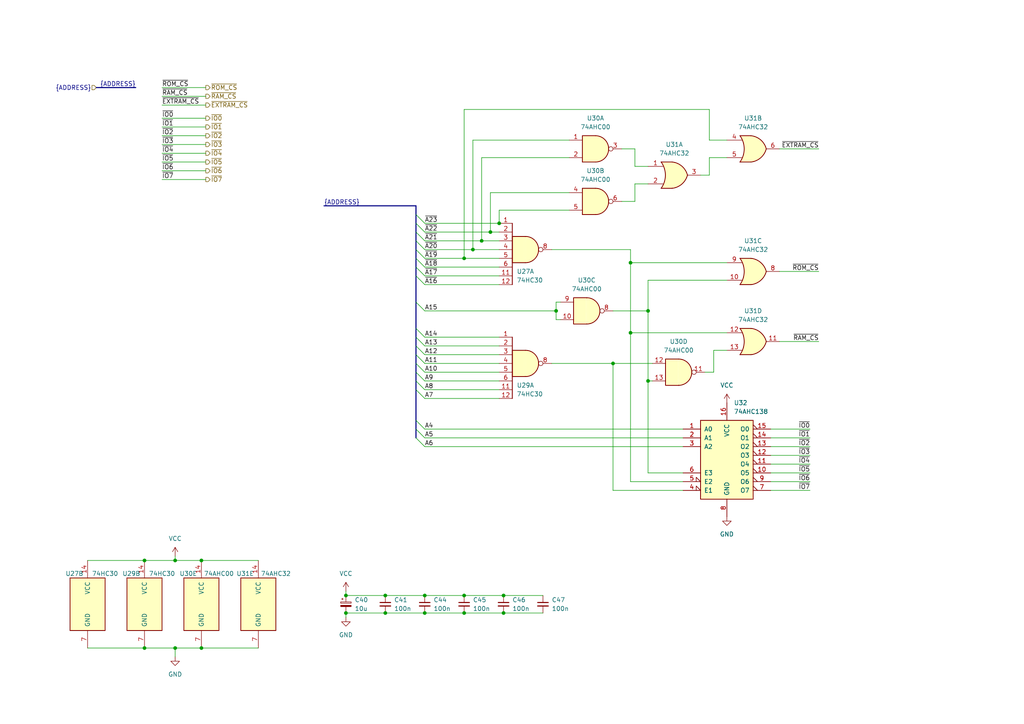
<source format=kicad_sch>
(kicad_sch (version 20211123) (generator eeschema)
  (paper "A4")
  (title_block (title "Address Decoding Module") (date "2022-02-09") (rev "A.17") (comment 2 "https://github.com/adrienkohlbecker/65C816") (comment 3 "Licensed under CERN-OHL-W v2") (comment 4 "Copyright © 2021 Adrien Kohlbecker"))
  (lib_symbols
    (symbol "74xx:74LS00" (pin_names (offset 1.016))
      (property "Reference" "U" (at 0 1.27 0))
      (property "Value" "74LS00" (at 0 -1.27 0))
      (symbol "74LS00_1_1"
        (arc (start 0 -3.81) (mid 3.81 0) (end 0 3.81) (stroke (width 0.254)) (fill (type background)))
        (polyline (pts (xy 0 3.81) (xy -3.81 3.81) (xy -3.81 -3.81) (xy 0 -3.81)) (stroke (width 0.254)) (fill (type background)))
        (pin input line (at -7.62 2.54 0) (length 3.81) (name "~") (number "1"))
        (pin input line (at -7.62 -2.54 0) (length 3.81) (name "~") (number "2"))
        (pin output inverted (at 7.62 0 180) (length 3.81) (name "~") (number "3"))
      )
      (symbol "74LS00_1_2"
        (arc (start -3.81 -3.81) (mid -2.589 0) (end -3.81 3.81) (stroke (width 0.254)))
        (arc (start -0.6096 -3.81) (mid 2.1855 -2.584) (end 3.81 0) (stroke (width 0.254)) (fill (type background)))
        (polyline (pts (xy -3.81 -3.81) (xy -0.635 -3.81)) (stroke (width 0.254)) (fill (type background)))
        (polyline (pts (xy -3.81 3.81) (xy -0.635 3.81)) (stroke (width 0.254)) (fill (type background)))
        (polyline (pts (xy -0.635 3.81) (xy -3.81 3.81) (xy -3.81 3.81) (xy -3.556 3.4036) (xy -3.0226 2.2606) (xy -2.6924 1.0414) (xy -2.6162 -0.254) (xy -2.7686 -1.4986) (xy -3.175 -2.7178) (xy -3.81 -3.81) (xy -3.81 -3.81) (xy -0.635 -3.81)) (stroke (width -25.4)) (fill (type background)))
        (arc (start 3.81 0) (mid 2.1928 2.5925) (end -0.6096 3.81) (stroke (width 0.254)) (fill (type background)))
        (pin input inverted (at -7.62 2.54 0) (length 4.318) (name "~") (number "1"))
        (pin input inverted (at -7.62 -2.54 0) (length 4.318) (name "~") (number "2"))
        (pin output line (at 7.62 0 180) (length 3.81) (name "~") (number "3"))
      )
      (symbol "74LS00_2_1"
        (arc (start 0 -3.81) (mid 3.81 0) (end 0 3.81) (stroke (width 0.254)) (fill (type background)))
        (polyline (pts (xy 0 3.81) (xy -3.81 3.81) (xy -3.81 -3.81) (xy 0 -3.81)) (stroke (width 0.254)) (fill (type background)))
        (pin input line (at -7.62 2.54 0) (length 3.81) (name "~") (number "4"))
        (pin input line (at -7.62 -2.54 0) (length 3.81) (name "~") (number "5"))
        (pin output inverted (at 7.62 0 180) (length 3.81) (name "~") (number "6"))
      )
      (symbol "74LS00_2_2"
        (arc (start -3.81 -3.81) (mid -2.589 0) (end -3.81 3.81) (stroke (width 0.254)))
        (arc (start -0.6096 -3.81) (mid 2.1855 -2.584) (end 3.81 0) (stroke (width 0.254)) (fill (type background)))
        (polyline (pts (xy -3.81 -3.81) (xy -0.635 -3.81)) (stroke (width 0.254)) (fill (type background)))
        (polyline (pts (xy -3.81 3.81) (xy -0.635 3.81)) (stroke (width 0.254)) (fill (type background)))
        (polyline (pts (xy -0.635 3.81) (xy -3.81 3.81) (xy -3.81 3.81) (xy -3.556 3.4036) (xy -3.0226 2.2606) (xy -2.6924 1.0414) (xy -2.6162 -0.254) (xy -2.7686 -1.4986) (xy -3.175 -2.7178) (xy -3.81 -3.81) (xy -3.81 -3.81) (xy -0.635 -3.81)) (stroke (width -25.4)) (fill (type background)))
        (arc (start 3.81 0) (mid 2.1928 2.5925) (end -0.6096 3.81) (stroke (width 0.254)) (fill (type background)))
        (pin input inverted (at -7.62 2.54 0) (length 4.318) (name "~") (number "4"))
        (pin input inverted (at -7.62 -2.54 0) (length 4.318) (name "~") (number "5"))
        (pin output line (at 7.62 0 180) (length 3.81) (name "~") (number "6"))
      )
      (symbol "74LS00_3_1"
        (arc (start 0 -3.81) (mid 3.81 0) (end 0 3.81) (stroke (width 0.254)) (fill (type background)))
        (polyline (pts (xy 0 3.81) (xy -3.81 3.81) (xy -3.81 -3.81) (xy 0 -3.81)) (stroke (width 0.254)) (fill (type background)))
        (pin input line (at -7.62 -2.54 0) (length 3.81) (name "~") (number "10"))
        (pin output inverted (at 7.62 0 180) (length 3.81) (name "~") (number "8"))
        (pin input line (at -7.62 2.54 0) (length 3.81) (name "~") (number "9"))
      )
      (symbol "74LS00_3_2"
        (arc (start -3.81 -3.81) (mid -2.589 0) (end -3.81 3.81) (stroke (width 0.254)))
        (arc (start -0.6096 -3.81) (mid 2.1855 -2.584) (end 3.81 0) (stroke (width 0.254)) (fill (type background)))
        (polyline (pts (xy -3.81 -3.81) (xy -0.635 -3.81)) (stroke (width 0.254)) (fill (type background)))
        (polyline (pts (xy -3.81 3.81) (xy -0.635 3.81)) (stroke (width 0.254)) (fill (type background)))
        (polyline (pts (xy -0.635 3.81) (xy -3.81 3.81) (xy -3.81 3.81) (xy -3.556 3.4036) (xy -3.0226 2.2606) (xy -2.6924 1.0414) (xy -2.6162 -0.254) (xy -2.7686 -1.4986) (xy -3.175 -2.7178) (xy -3.81 -3.81) (xy -3.81 -3.81) (xy -0.635 -3.81)) (stroke (width -25.4)) (fill (type background)))
        (arc (start 3.81 0) (mid 2.1928 2.5925) (end -0.6096 3.81) (stroke (width 0.254)) (fill (type background)))
        (pin input inverted (at -7.62 -2.54 0) (length 4.318) (name "~") (number "10"))
        (pin output line (at 7.62 0 180) (length 3.81) (name "~") (number "8"))
        (pin input inverted (at -7.62 2.54 0) (length 4.318) (name "~") (number "9"))
      )
      (symbol "74LS00_4_1"
        (arc (start 0 -3.81) (mid 3.81 0) (end 0 3.81) (stroke (width 0.254)) (fill (type background)))
        (polyline (pts (xy 0 3.81) (xy -3.81 3.81) (xy -3.81 -3.81) (xy 0 -3.81)) (stroke (width 0.254)) (fill (type background)))
        (pin output inverted (at 7.62 0 180) (length 3.81) (name "~") (number "11"))
        (pin input line (at -7.62 2.54 0) (length 3.81) (name "~") (number "12"))
        (pin input line (at -7.62 -2.54 0) (length 3.81) (name "~") (number "13"))
      )
      (symbol "74LS00_4_2"
        (arc (start -3.81 -3.81) (mid -2.589 0) (end -3.81 3.81) (stroke (width 0.254)))
        (arc (start -0.6096 -3.81) (mid 2.1855 -2.584) (end 3.81 0) (stroke (width 0.254)) (fill (type background)))
        (polyline (pts (xy -3.81 -3.81) (xy -0.635 -3.81)) (stroke (width 0.254)) (fill (type background)))
        (polyline (pts (xy -3.81 3.81) (xy -0.635 3.81)) (stroke (width 0.254)) (fill (type background)))
        (polyline (pts (xy -0.635 3.81) (xy -3.81 3.81) (xy -3.81 3.81) (xy -3.556 3.4036) (xy -3.0226 2.2606) (xy -2.6924 1.0414) (xy -2.6162 -0.254) (xy -2.7686 -1.4986) (xy -3.175 -2.7178) (xy -3.81 -3.81) (xy -3.81 -3.81) (xy -0.635 -3.81)) (stroke (width -25.4)) (fill (type background)))
        (arc (start 3.81 0) (mid 2.1928 2.5925) (end -0.6096 3.81) (stroke (width 0.254)) (fill (type background)))
        (pin output line (at 7.62 0 180) (length 3.81) (name "~") (number "11"))
        (pin input inverted (at -7.62 2.54 0) (length 4.318) (name "~") (number "12"))
        (pin input inverted (at -7.62 -2.54 0) (length 4.318) (name "~") (number "13"))
      )
      (symbol "74LS00_5_0"
        (pin power_in line (at 0 12.7 270) (length 5.08) (name "VCC") (number "14"))
        (pin power_in line (at 0 -12.7 90) (length 5.08) (name "GND") (number "7"))
      )
      (symbol "74LS00_5_1"
        (rectangle (start -5.08 7.62) (end 5.08 -7.62) (stroke (width 0.254)) (fill (type background)))
      )
    )
    (symbol "74xx:74LS138" (pin_names (offset 1.016))
      (property "Reference" "U" (at -7.62 11.43 0))
      (property "Value" "74LS138" (at -7.62 -13.97 0))
      (symbol "74LS138_1_0"
        (pin input line (at -12.7 7.62 0) (length 5.08) (name "A0") (number "1"))
        (pin output output_low (at 12.7 -5.08 180) (length 5.08) (name "O5") (number "10"))
        (pin output output_low (at 12.7 -2.54 180) (length 5.08) (name "O4") (number "11"))
        (pin output output_low (at 12.7 0 180) (length 5.08) (name "O3") (number "12"))
        (pin output output_low (at 12.7 2.54 180) (length 5.08) (name "O2") (number "13"))
        (pin output output_low (at 12.7 5.08 180) (length 5.08) (name "O1") (number "14"))
        (pin output output_low (at 12.7 7.62 180) (length 5.08) (name "O0") (number "15"))
        (pin power_in line (at 0 15.24 270) (length 5.08) (name "VCC") (number "16"))
        (pin input line (at -12.7 5.08 0) (length 5.08) (name "A1") (number "2"))
        (pin input line (at -12.7 2.54 0) (length 5.08) (name "A2") (number "3"))
        (pin input input_low (at -12.7 -10.16 0) (length 5.08) (name "E1") (number "4"))
        (pin input input_low (at -12.7 -7.62 0) (length 5.08) (name "E2") (number "5"))
        (pin input line (at -12.7 -5.08 0) (length 5.08) (name "E3") (number "6"))
        (pin output output_low (at 12.7 -10.16 180) (length 5.08) (name "O7") (number "7"))
        (pin power_in line (at 0 -17.78 90) (length 5.08) (name "GND") (number "8"))
        (pin output output_low (at 12.7 -7.62 180) (length 5.08) (name "O6") (number "9"))
      )
      (symbol "74LS138_1_1"
        (rectangle (start -7.62 10.16) (end 7.62 -12.7) (stroke (width 0.254)) (fill (type background)))
      )
    )
    (symbol "74xx:74LS30" (pin_names (offset 1.016))
      (property "Reference" "U" (at 0 1.27 0))
      (property "Value" "74LS30" (at 0 -1.27 0))
      (symbol "74LS30_1_1"
        (arc (start 0 -3.81) (mid 3.81 0) (end 0 3.81) (stroke (width 0.254)) (fill (type background)))
        (polyline (pts (xy -3.81 7.62) (xy -3.81 -10.16)) (stroke (width 0.254)))
        (polyline (pts (xy 0 3.81) (xy -3.81 3.81) (xy -3.81 -3.81) (xy 0 -3.81)) (stroke (width 0.254)) (fill (type background)))
        (pin input line (at -7.62 7.62 0) (length 3.81) (name "~") (number "1"))
        (pin input line (at -7.62 -7.62 0) (length 3.81) (name "~") (number "11"))
        (pin input line (at -7.62 -10.16 0) (length 3.81) (name "~") (number "12"))
        (pin input line (at -7.62 5.08 0) (length 3.81) (name "~") (number "2"))
        (pin input line (at -7.62 2.54 0) (length 3.81) (name "~") (number "3"))
        (pin input line (at -7.62 0 0) (length 3.81) (name "~") (number "4"))
        (pin input line (at -7.62 -2.54 0) (length 3.81) (name "~") (number "5"))
        (pin input line (at -7.62 -5.08 0) (length 3.81) (name "~") (number "6"))
        (pin output inverted (at 7.62 0 180) (length 3.81) (name "~") (number "8"))
      )
      (symbol "74LS30_1_2"
        (arc (start -3.81 -3.81) (mid -2.589 0) (end -3.81 3.81) (stroke (width 0.254)))
        (arc (start -0.6096 -3.81) (mid 2.1855 -2.584) (end 3.81 0) (stroke (width 0.254)) (fill (type background)))
        (polyline (pts (xy -3.81 -3.81) (xy -3.81 -10.16)) (stroke (width 0.254)))
        (polyline (pts (xy -3.81 -3.81) (xy -0.635 -3.81)) (stroke (width 0.254)) (fill (type background)))
        (polyline (pts (xy -3.81 3.81) (xy -0.635 3.81)) (stroke (width 0.254)) (fill (type background)))
        (polyline (pts (xy -3.81 7.62) (xy -3.81 3.81)) (stroke (width 0.254)))
        (polyline (pts (xy -0.635 3.81) (xy -3.81 3.81) (xy -3.81 3.81) (xy -3.556 3.4036) (xy -3.0226 2.2606) (xy -2.6924 1.0414) (xy -2.6162 -0.254) (xy -2.7686 -1.4986) (xy -3.175 -2.7178) (xy -3.81 -3.81) (xy -3.81 -3.81) (xy -0.635 -3.81)) (stroke (width -25.4)) (fill (type background)))
        (arc (start 3.81 0) (mid 2.1928 2.5925) (end -0.6096 3.81) (stroke (width 0.254)) (fill (type background)))
        (pin input inverted (at -7.62 7.62 0) (length 3.81) (name "~") (number "1"))
        (pin input inverted (at -7.62 -7.62 0) (length 3.81) (name "~") (number "11"))
        (pin input inverted (at -7.62 -10.16 0) (length 3.81) (name "~") (number "12"))
        (pin input inverted (at -7.62 5.08 0) (length 3.81) (name "~") (number "2"))
        (pin input inverted (at -7.62 2.54 0) (length 4.5466) (name "~") (number "3"))
        (pin input inverted (at -7.62 0 0) (length 5.08) (name "~") (number "4"))
        (pin input inverted (at -7.62 -2.54 0) (length 4.5466) (name "~") (number "5"))
        (pin input inverted (at -7.62 -5.08 0) (length 3.81) (name "~") (number "6"))
        (pin output line (at 7.62 0 180) (length 3.81) (name "~") (number "8"))
      )
      (symbol "74LS30_2_0"
        (pin power_in line (at 0 12.7 270) (length 5.08) (name "VCC") (number "14"))
        (pin power_in line (at 0 -12.7 90) (length 5.08) (name "GND") (number "7"))
      )
      (symbol "74LS30_2_1"
        (rectangle (start -5.08 7.62) (end 5.08 -7.62) (stroke (width 0.254)) (fill (type background)))
      )
    )
    (symbol "74xx:74LS32" (pin_names (offset 1.016))
      (property "Reference" "U" (at 0 1.27 0))
      (property "Value" "74LS32" (at 0 -1.27 0))
      (symbol "74LS32_1_1"
        (arc (start -3.81 -3.81) (mid -2.589 0) (end -3.81 3.81) (stroke (width 0.254)))
        (arc (start -0.6096 -3.81) (mid 2.1855 -2.584) (end 3.81 0) (stroke (width 0.254)) (fill (type background)))
        (polyline (pts (xy -3.81 -3.81) (xy -0.635 -3.81)) (stroke (width 0.254)) (fill (type background)))
        (polyline (pts (xy -3.81 3.81) (xy -0.635 3.81)) (stroke (width 0.254)) (fill (type background)))
        (polyline (pts (xy -0.635 3.81) (xy -3.81 3.81) (xy -3.81 3.81) (xy -3.556 3.4036) (xy -3.0226 2.2606) (xy -2.6924 1.0414) (xy -2.6162 -0.254) (xy -2.7686 -1.4986) (xy -3.175 -2.7178) (xy -3.81 -3.81) (xy -3.81 -3.81) (xy -0.635 -3.81)) (stroke (width -25.4)) (fill (type background)))
        (arc (start 3.81 0) (mid 2.1928 2.5925) (end -0.6096 3.81) (stroke (width 0.254)) (fill (type background)))
        (pin input line (at -7.62 2.54 0) (length 4.318) (name "~") (number "1"))
        (pin input line (at -7.62 -2.54 0) (length 4.318) (name "~") (number "2"))
        (pin output line (at 7.62 0 180) (length 3.81) (name "~") (number "3"))
      )
      (symbol "74LS32_1_2"
        (arc (start 0 -3.81) (mid 3.81 0) (end 0 3.81) (stroke (width 0.254)) (fill (type background)))
        (polyline (pts (xy 0 3.81) (xy -3.81 3.81) (xy -3.81 -3.81) (xy 0 -3.81)) (stroke (width 0.254)) (fill (type background)))
        (pin input inverted (at -7.62 2.54 0) (length 3.81) (name "~") (number "1"))
        (pin input inverted (at -7.62 -2.54 0) (length 3.81) (name "~") (number "2"))
        (pin output inverted (at 7.62 0 180) (length 3.81) (name "~") (number "3"))
      )
      (symbol "74LS32_2_1"
        (arc (start -3.81 -3.81) (mid -2.589 0) (end -3.81 3.81) (stroke (width 0.254)))
        (arc (start -0.6096 -3.81) (mid 2.1855 -2.584) (end 3.81 0) (stroke (width 0.254)) (fill (type background)))
        (polyline (pts (xy -3.81 -3.81) (xy -0.635 -3.81)) (stroke (width 0.254)) (fill (type background)))
        (polyline (pts (xy -3.81 3.81) (xy -0.635 3.81)) (stroke (width 0.254)) (fill (type background)))
        (polyline (pts (xy -0.635 3.81) (xy -3.81 3.81) (xy -3.81 3.81) (xy -3.556 3.4036) (xy -3.0226 2.2606) (xy -2.6924 1.0414) (xy -2.6162 -0.254) (xy -2.7686 -1.4986) (xy -3.175 -2.7178) (xy -3.81 -3.81) (xy -3.81 -3.81) (xy -0.635 -3.81)) (stroke (width -25.4)) (fill (type background)))
        (arc (start 3.81 0) (mid 2.1928 2.5925) (end -0.6096 3.81) (stroke (width 0.254)) (fill (type background)))
        (pin input line (at -7.62 2.54 0) (length 4.318) (name "~") (number "4"))
        (pin input line (at -7.62 -2.54 0) (length 4.318) (name "~") (number "5"))
        (pin output line (at 7.62 0 180) (length 3.81) (name "~") (number "6"))
      )
      (symbol "74LS32_2_2"
        (arc (start 0 -3.81) (mid 3.81 0) (end 0 3.81) (stroke (width 0.254)) (fill (type background)))
        (polyline (pts (xy 0 3.81) (xy -3.81 3.81) (xy -3.81 -3.81) (xy 0 -3.81)) (stroke (width 0.254)) (fill (type background)))
        (pin input inverted (at -7.62 2.54 0) (length 3.81) (name "~") (number "4"))
        (pin input inverted (at -7.62 -2.54 0) (length 3.81) (name "~") (number "5"))
        (pin output inverted (at 7.62 0 180) (length 3.81) (name "~") (number "6"))
      )
      (symbol "74LS32_3_1"
        (arc (start -3.81 -3.81) (mid -2.589 0) (end -3.81 3.81) (stroke (width 0.254)))
        (arc (start -0.6096 -3.81) (mid 2.1855 -2.584) (end 3.81 0) (stroke (width 0.254)) (fill (type background)))
        (polyline (pts (xy -3.81 -3.81) (xy -0.635 -3.81)) (stroke (width 0.254)) (fill (type background)))
        (polyline (pts (xy -3.81 3.81) (xy -0.635 3.81)) (stroke (width 0.254)) (fill (type background)))
        (polyline (pts (xy -0.635 3.81) (xy -3.81 3.81) (xy -3.81 3.81) (xy -3.556 3.4036) (xy -3.0226 2.2606) (xy -2.6924 1.0414) (xy -2.6162 -0.254) (xy -2.7686 -1.4986) (xy -3.175 -2.7178) (xy -3.81 -3.81) (xy -3.81 -3.81) (xy -0.635 -3.81)) (stroke (width -25.4)) (fill (type background)))
        (arc (start 3.81 0) (mid 2.1928 2.5925) (end -0.6096 3.81) (stroke (width 0.254)) (fill (type background)))
        (pin input line (at -7.62 -2.54 0) (length 4.318) (name "~") (number "10"))
        (pin output line (at 7.62 0 180) (length 3.81) (name "~") (number "8"))
        (pin input line (at -7.62 2.54 0) (length 4.318) (name "~") (number "9"))
      )
      (symbol "74LS32_3_2"
        (arc (start 0 -3.81) (mid 3.81 0) (end 0 3.81) (stroke (width 0.254)) (fill (type background)))
        (polyline (pts (xy 0 3.81) (xy -3.81 3.81) (xy -3.81 -3.81) (xy 0 -3.81)) (stroke (width 0.254)) (fill (type background)))
        (pin input inverted (at -7.62 -2.54 0) (length 3.81) (name "~") (number "10"))
        (pin output inverted (at 7.62 0 180) (length 3.81) (name "~") (number "8"))
        (pin input inverted (at -7.62 2.54 0) (length 3.81) (name "~") (number "9"))
      )
      (symbol "74LS32_4_1"
        (arc (start -3.81 -3.81) (mid -2.589 0) (end -3.81 3.81) (stroke (width 0.254)))
        (arc (start -0.6096 -3.81) (mid 2.1855 -2.584) (end 3.81 0) (stroke (width 0.254)) (fill (type background)))
        (polyline (pts (xy -3.81 -3.81) (xy -0.635 -3.81)) (stroke (width 0.254)) (fill (type background)))
        (polyline (pts (xy -3.81 3.81) (xy -0.635 3.81)) (stroke (width 0.254)) (fill (type background)))
        (polyline (pts (xy -0.635 3.81) (xy -3.81 3.81) (xy -3.81 3.81) (xy -3.556 3.4036) (xy -3.0226 2.2606) (xy -2.6924 1.0414) (xy -2.6162 -0.254) (xy -2.7686 -1.4986) (xy -3.175 -2.7178) (xy -3.81 -3.81) (xy -3.81 -3.81) (xy -0.635 -3.81)) (stroke (width -25.4)) (fill (type background)))
        (arc (start 3.81 0) (mid 2.1928 2.5925) (end -0.6096 3.81) (stroke (width 0.254)) (fill (type background)))
        (pin output line (at 7.62 0 180) (length 3.81) (name "~") (number "11"))
        (pin input line (at -7.62 2.54 0) (length 4.318) (name "~") (number "12"))
        (pin input line (at -7.62 -2.54 0) (length 4.318) (name "~") (number "13"))
      )
      (symbol "74LS32_4_2"
        (arc (start 0 -3.81) (mid 3.81 0) (end 0 3.81) (stroke (width 0.254)) (fill (type background)))
        (polyline (pts (xy 0 3.81) (xy -3.81 3.81) (xy -3.81 -3.81) (xy 0 -3.81)) (stroke (width 0.254)) (fill (type background)))
        (pin output inverted (at 7.62 0 180) (length 3.81) (name "~") (number "11"))
        (pin input inverted (at -7.62 2.54 0) (length 3.81) (name "~") (number "12"))
        (pin input inverted (at -7.62 -2.54 0) (length 3.81) (name "~") (number "13"))
      )
      (symbol "74LS32_5_0"
        (pin power_in line (at 0 12.7 270) (length 5.08) (name "VCC") (number "14"))
        (pin power_in line (at 0 -12.7 90) (length 5.08) (name "GND") (number "7"))
      )
      (symbol "74LS32_5_1"
        (rectangle (start -5.08 7.62) (end 5.08 -7.62) (stroke (width 0.254)) (fill (type background)))
      )
    )
    (symbol "Device:C_Polarized_Small" (pin_numbers hide) (pin_names (offset 0.254) hide)
      (property "Reference" "C" (at 0.254 1.778 0))
      (property "Value" "C_Polarized_Small" (at 0.254 -2.032 0))
      (symbol "C_Polarized_Small_0_1"
        (rectangle (start -1.524 -0.3048) (end 1.524 -0.6858) (fill (type outline)))
        (rectangle (start -1.524 0.6858) (end 1.524 0.3048))
        (polyline (pts (xy -1.27 1.524) (xy -0.762 1.524)))
        (polyline (pts (xy -1.016 1.27) (xy -1.016 1.778)))
      )
      (symbol "C_Polarized_Small_1_1"
        (pin passive line (at 0 2.54 270) (length 1.8542) (name "~") (number "1"))
        (pin passive line (at 0 -2.54 90) (length 1.8542) (name "~") (number "2"))
      )
    )
    (symbol "Device:C_Small" (pin_numbers hide) (pin_names (offset 0.254) hide)
      (property "Reference" "C" (at 0.254 1.778 0))
      (property "Value" "C_Small" (at 0.254 -2.032 0))
      (symbol "C_Small_0_1"
        (polyline (pts (xy -1.524 -0.508) (xy 1.524 -0.508)) (stroke (width 0.3302)))
        (polyline (pts (xy -1.524 0.508) (xy 1.524 0.508)) (stroke (width 0.3048)))
      )
      (symbol "C_Small_1_1"
        (pin passive line (at 0 2.54 270) (length 2.032) (name "~") (number "1"))
        (pin passive line (at 0 -2.54 90) (length 2.032) (name "~") (number "2"))
      )
    )
    (symbol "power:GND" (power) (pin_names (offset 0))
      (property "Value" "GND" (at 0 -3.81 0))
      (symbol "GND_0_1"
        (polyline (pts (xy 0 0) (xy 0 -1.27) (xy 1.27 -1.27) (xy 0 -2.54) (xy -1.27 -1.27) (xy 0 -1.27)))
      )
      (symbol "GND_1_1"
        (pin power_in line (at 0 0 270) (length 0) hide (name "GND") (number "1"))
      )
    )
    (symbol "power:VCC" (power) (pin_names (offset 0))
      (property "Value" "VCC" (at 0 3.81 0))
      (symbol "VCC_0_1"
        (polyline (pts (xy -0.762 1.27) (xy 0 2.54)))
        (polyline (pts (xy 0 0) (xy 0 2.54)))
        (polyline (pts (xy 0 2.54) (xy 0.762 1.27)))
      )
      (symbol "VCC_1_1"
        (pin power_in line (at 0 0 90) (length 0) hide (name "VCC") (number "1"))
      )
    )
  )
  (junction (at 139.7 69.85))
  (junction (at 123.19 177.8))
  (junction (at 50.8 187.96))
  (junction (at 142.24 67.31))
  (junction (at 182.88 76.2))
  (junction (at 187.96 90.17))
  (junction (at 58.42 162.56))
  (junction (at 111.76 177.8))
  (junction (at 123.19 172.72))
  (junction (at 137.16 72.39))
  (junction (at 41.91 187.96))
  (junction (at 187.96 110.49))
  (junction (at 50.8 162.56))
  (junction (at 146.05 172.72))
  (junction (at 182.88 96.52))
  (junction (at 134.62 172.72))
  (junction (at 100.33 172.72))
  (junction (at 177.8 105.41))
  (junction (at 58.42 187.96))
  (junction (at 134.62 177.8))
  (junction (at 100.33 177.8))
  (junction (at 146.05 177.8))
  (junction (at 161.29 90.17))
  (junction (at 144.78 64.77))
  (junction (at 41.91 162.56))
  (junction (at 111.76 172.72))
  (junction (at 134.62 74.93))
  (bus_entry (at 120.65 105.41) (size 2.54 2.54))
  (bus_entry (at 120.65 110.49) (size 2.54 2.54))
  (bus_entry (at 120.65 72.39) (size 2.54 2.54))
  (bus_entry (at 120.65 121.92) (size 2.54 2.54))
  (bus_entry (at 120.65 62.23) (size 2.54 2.54))
  (bus_entry (at 120.65 95.25) (size 2.54 2.54))
  (bus_entry (at 120.65 124.46) (size 2.54 2.54))
  (bus_entry (at 120.65 127) (size 2.54 2.54))
  (bus_entry (at 120.65 97.79) (size 2.54 2.54))
  (bus_entry (at 120.65 69.85) (size 2.54 2.54))
  (bus_entry (at 120.65 100.33) (size 2.54 2.54))
  (bus_entry (at 120.65 113.03) (size 2.54 2.54))
  (bus_entry (at 120.65 107.95) (size 2.54 2.54))
  (bus_entry (at 120.65 67.31) (size 2.54 2.54))
  (bus_entry (at 120.65 74.93) (size 2.54 2.54))
  (bus_entry (at 120.65 102.87) (size 2.54 2.54))
  (bus_entry (at 120.65 80.01) (size 2.54 2.54))
  (bus_entry (at 120.65 77.47) (size 2.54 2.54))
  (bus_entry (at 120.65 87.63) (size 2.54 2.54))
  (bus_entry (at 120.65 64.77) (size 2.54 2.54))
  (bus (pts (xy 120.65 100.33) (xy 120.65 102.87)))
  (wire (pts (xy 223.52 142.24) (xy 234.95 142.24)))
  (bus (pts (xy 120.65 80.01) (xy 120.65 87.63)))
  (wire (pts (xy 223.52 139.7) (xy 234.95 139.7)))
  (wire (pts (xy 182.88 76.2) (xy 182.88 96.52)))
  (wire (pts (xy 111.76 177.8) (xy 123.19 177.8)))
  (wire (pts (xy 160.02 72.39) (xy 182.88 72.39)))
  (wire (pts (xy 123.19 129.54) (xy 198.12 129.54)))
  (wire (pts (xy 50.8 190.5) (xy 50.8 187.96)))
  (wire (pts (xy 50.8 187.96) (xy 58.42 187.96)))
  (wire (pts (xy 223.52 129.54) (xy 234.95 129.54)))
  (wire (pts (xy 205.74 40.64) (xy 210.82 40.64)))
  (bus (pts (xy 120.65 107.95) (xy 120.65 110.49)))
  (wire (pts (xy 187.96 81.28) (xy 210.82 81.28)))
  (bus (pts (xy 120.65 124.46) (xy 120.65 127)))
  (wire (pts (xy 146.05 172.72) (xy 157.48 172.72)))
  (bus (pts (xy 120.65 67.31) (xy 120.65 69.85)))
  (wire (pts (xy 111.76 172.72) (xy 123.19 172.72)))
  (wire (pts (xy 187.96 90.17) (xy 187.96 110.49)))
  (wire (pts (xy 59.69 36.83) (xy 46.99 36.83)))
  (wire (pts (xy 223.52 127) (xy 234.95 127)))
  (wire (pts (xy 100.33 171.45) (xy 100.33 172.72)))
  (wire (pts (xy 139.7 69.85) (xy 144.78 69.85)))
  (wire (pts (xy 182.88 139.7) (xy 198.12 139.7)))
  (wire (pts (xy 59.69 46.99) (xy 46.99 46.99)))
  (wire (pts (xy 161.29 92.71) (xy 162.56 92.71)))
  (wire (pts (xy 134.62 31.75) (xy 205.74 31.75)))
  (wire (pts (xy 184.15 53.34) (xy 187.96 53.34)))
  (bus (pts (xy 120.65 59.69) (xy 120.65 62.23)))
  (bus (pts (xy 120.65 113.03) (xy 120.65 121.92)))
  (bus (pts (xy 120.65 87.63) (xy 120.65 95.25)))
  (wire (pts (xy 187.96 110.49) (xy 187.96 137.16)))
  (wire (pts (xy 207.01 107.95) (xy 207.01 101.6)))
  (wire (pts (xy 187.96 110.49) (xy 189.23 110.49)))
  (wire (pts (xy 184.15 43.18) (xy 184.15 48.26)))
  (wire (pts (xy 223.52 132.08) (xy 234.95 132.08)))
  (wire (pts (xy 123.19 82.55) (xy 144.78 82.55)))
  (bus (pts (xy 120.65 102.87) (xy 120.65 105.41)))
  (bus (pts (xy 120.65 74.93) (xy 120.65 77.47)))
  (wire (pts (xy 205.74 45.72) (xy 210.82 45.72)))
  (wire (pts (xy 182.88 96.52) (xy 210.82 96.52)))
  (wire (pts (xy 160.02 105.41) (xy 177.8 105.41)))
  (wire (pts (xy 187.96 81.28) (xy 187.96 90.17)))
  (wire (pts (xy 182.88 96.52) (xy 182.88 139.7)))
  (wire (pts (xy 123.19 100.33) (xy 144.78 100.33)))
  (wire (pts (xy 161.29 90.17) (xy 161.29 87.63)))
  (bus (pts (xy 120.65 95.25) (xy 120.65 97.79)))
  (wire (pts (xy 123.19 77.47) (xy 144.78 77.47)))
  (wire (pts (xy 59.69 52.07) (xy 46.99 52.07)))
  (wire (pts (xy 134.62 74.93) (xy 144.78 74.93)))
  (wire (pts (xy 142.24 67.31) (xy 144.78 67.31)))
  (bus (pts (xy 93.98 59.69) (xy 120.65 59.69)))
  (wire (pts (xy 123.19 80.01) (xy 144.78 80.01)))
  (wire (pts (xy 205.74 31.75) (xy 205.74 40.64)))
  (wire (pts (xy 123.19 115.57) (xy 144.78 115.57)))
  (wire (pts (xy 226.06 43.18) (xy 237.49 43.18)))
  (wire (pts (xy 123.19 69.85) (xy 139.7 69.85)))
  (wire (pts (xy 100.33 172.72) (xy 111.76 172.72)))
  (wire (pts (xy 123.19 127) (xy 198.12 127)))
  (wire (pts (xy 123.19 172.72) (xy 134.62 172.72)))
  (wire (pts (xy 184.15 58.42) (xy 184.15 53.34)))
  (wire (pts (xy 139.7 69.85) (xy 139.7 45.72)))
  (wire (pts (xy 203.2 50.8) (xy 205.74 50.8)))
  (wire (pts (xy 142.24 67.31) (xy 142.24 55.88)))
  (bus (pts (xy 120.65 72.39) (xy 120.65 74.93)))
  (wire (pts (xy 205.74 50.8) (xy 205.74 45.72)))
  (wire (pts (xy 25.4 187.96) (xy 41.91 187.96)))
  (wire (pts (xy 180.34 58.42) (xy 184.15 58.42)))
  (wire (pts (xy 123.19 105.41) (xy 144.78 105.41)))
  (wire (pts (xy 226.06 99.06) (xy 237.49 99.06)))
  (wire (pts (xy 187.96 137.16) (xy 198.12 137.16)))
  (wire (pts (xy 182.88 72.39) (xy 182.88 76.2)))
  (wire (pts (xy 46.99 25.4) (xy 59.69 25.4)))
  (wire (pts (xy 123.19 97.79) (xy 144.78 97.79)))
  (wire (pts (xy 137.16 72.39) (xy 137.16 40.64)))
  (wire (pts (xy 58.42 162.56) (xy 74.93 162.56)))
  (wire (pts (xy 123.19 90.17) (xy 161.29 90.17)))
  (wire (pts (xy 59.69 41.91) (xy 46.99 41.91)))
  (bus (pts (xy 120.65 62.23) (xy 120.65 64.77)))
  (wire (pts (xy 226.06 78.74) (xy 237.49 78.74)))
  (wire (pts (xy 50.8 162.56) (xy 58.42 162.56)))
  (wire (pts (xy 146.05 177.8) (xy 157.48 177.8)))
  (wire (pts (xy 59.69 34.29) (xy 46.99 34.29)))
  (wire (pts (xy 59.69 44.45) (xy 46.99 44.45)))
  (wire (pts (xy 180.34 43.18) (xy 184.15 43.18)))
  (wire (pts (xy 123.19 113.03) (xy 144.78 113.03)))
  (wire (pts (xy 123.19 102.87) (xy 144.78 102.87)))
  (wire (pts (xy 123.19 74.93) (xy 134.62 74.93)))
  (bus (pts (xy 120.65 121.92) (xy 120.65 124.46)))
  (bus (pts (xy 120.65 110.49) (xy 120.65 113.03)))
  (wire (pts (xy 223.52 134.62) (xy 234.95 134.62)))
  (bus (pts (xy 120.65 105.41) (xy 120.65 107.95)))
  (bus (pts (xy 120.65 69.85) (xy 120.65 72.39)))
  (wire (pts (xy 100.33 177.8) (xy 111.76 177.8)))
  (wire (pts (xy 123.19 124.46) (xy 198.12 124.46)))
  (wire (pts (xy 182.88 76.2) (xy 210.82 76.2)))
  (bus (pts (xy 120.65 64.77) (xy 120.65 67.31)))
  (wire (pts (xy 46.99 30.48) (xy 59.69 30.48)))
  (wire (pts (xy 100.33 177.8) (xy 100.33 179.07)))
  (wire (pts (xy 177.8 142.24) (xy 198.12 142.24)))
  (wire (pts (xy 123.19 67.31) (xy 142.24 67.31)))
  (wire (pts (xy 41.91 162.56) (xy 50.8 162.56)))
  (wire (pts (xy 223.52 124.46) (xy 234.95 124.46)))
  (wire (pts (xy 177.8 105.41) (xy 189.23 105.41)))
  (wire (pts (xy 58.42 187.96) (xy 74.93 187.96)))
  (wire (pts (xy 223.52 137.16) (xy 234.95 137.16)))
  (bus (pts (xy 120.65 97.79) (xy 120.65 100.33)))
  (wire (pts (xy 41.91 187.96) (xy 50.8 187.96)))
  (wire (pts (xy 137.16 40.64) (xy 165.1 40.64)))
  (wire (pts (xy 139.7 45.72) (xy 165.1 45.72)))
  (wire (pts (xy 134.62 172.72) (xy 146.05 172.72)))
  (wire (pts (xy 144.78 64.77) (xy 144.78 60.96)))
  (wire (pts (xy 184.15 48.26) (xy 187.96 48.26)))
  (bus (pts (xy 27.94 25.4) (xy 39.37 25.4)))
  (wire (pts (xy 137.16 72.39) (xy 144.78 72.39)))
  (wire (pts (xy 46.99 27.94) (xy 59.69 27.94)))
  (wire (pts (xy 134.62 74.93) (xy 134.62 31.75)))
  (wire (pts (xy 142.24 55.88) (xy 165.1 55.88)))
  (wire (pts (xy 25.4 162.56) (xy 41.91 162.56)))
  (bus (pts (xy 120.65 77.47) (xy 120.65 80.01)))
  (wire (pts (xy 144.78 60.96) (xy 165.1 60.96)))
  (wire (pts (xy 177.8 90.17) (xy 187.96 90.17)))
  (wire (pts (xy 134.62 177.8) (xy 146.05 177.8)))
  (wire (pts (xy 161.29 90.17) (xy 161.29 92.71)))
  (wire (pts (xy 123.19 64.77) (xy 144.78 64.77)))
  (wire (pts (xy 50.8 161.29) (xy 50.8 162.56)))
  (wire (pts (xy 123.19 110.49) (xy 144.78 110.49)))
  (wire (pts (xy 177.8 105.41) (xy 177.8 142.24)))
  (wire (pts (xy 59.69 39.37) (xy 46.99 39.37)))
  (wire (pts (xy 204.47 107.95) (xy 207.01 107.95)))
  (wire (pts (xy 123.19 107.95) (xy 144.78 107.95)))
  (wire (pts (xy 123.19 177.8) (xy 134.62 177.8)))
  (wire (pts (xy 59.69 49.53) (xy 46.99 49.53)))
  (wire (pts (xy 207.01 101.6) (xy 210.82 101.6)))
  (wire (pts (xy 123.19 72.39) (xy 137.16 72.39)))
  (wire (pts (xy 161.29 87.63) (xy 162.56 87.63)))
  (label "A12" (at 123.19 102.87 0))
  (label "~{A17}" (at 123.19 80.01 0))
  (label "~{IO0}" (at 46.99 34.29 0))
  (label "~{IO0}" (at 234.95 124.46 180))
  (label "A9" (at 123.19 110.49 0))
  (label "~{IO5}" (at 234.95 137.16 180))
  (label "{ADDRESS}" (at 39.37 25.4 180))
  (label "~{IO6}" (at 234.95 139.7 180))
  (label "~{IO1}" (at 46.99 36.83 0))
  (label "~{A19}" (at 123.19 74.93 0))
  (label "~{RAM_CS}" (at 237.49 99.06 180))
  (label "{ADDRESS}" (at 93.98 59.69 0))
  (label "~{IO6}" (at 46.99 49.53 0))
  (label "A14" (at 123.19 97.79 0))
  (label "~{IO3}" (at 46.99 41.91 0))
  (label "A6" (at 123.19 129.54 0))
  (label "~{IO3}" (at 234.95 132.08 180))
  (label "~{ROM_CS}" (at 46.99 25.4 0))
  (label "~{IO7}" (at 234.95 142.24 180))
  (label "~{A20}" (at 123.19 72.39 0))
  (label "~{A18}" (at 123.19 77.47 0))
  (label "~{IO4}" (at 46.99 44.45 0))
  (label "A4" (at 123.19 124.46 0))
  (label "A8" (at 123.19 113.03 0))
  (label "~{RAM_CS}" (at 46.99 27.94 0))
  (label "A11" (at 123.19 105.41 0))
  (label "~{IO7}" (at 46.99 52.07 0))
  (label "~{A21}" (at 123.19 69.85 0))
  (label "A10" (at 123.19 107.95 0))
  (label "~{A16}" (at 123.19 82.55 0))
  (label "A7" (at 123.19 115.57 0))
  (label "~{IO2}" (at 234.95 129.54 180))
  (label "~{A22}" (at 123.19 67.31 0))
  (label "A13" (at 123.19 100.33 0))
  (label "~{EXTRAM_CS}" (at 46.99 30.48 0))
  (label "~{IO1}" (at 234.95 127 180))
  (label "~{A23}" (at 123.19 64.77 0))
  (label "~{IO2}" (at 46.99 39.37 0))
  (label "~{IO4}" (at 234.95 134.62 180))
  (label "A5" (at 123.19 127 0))
  (label "~{IO5}" (at 46.99 46.99 0))
  (label "~{EXTRAM_CS}" (at 237.49 43.18 180))
  (label "~{ROM_CS}" (at 237.49 78.74 180))
  (label "A15" (at 123.19 90.17 0))
  (hierarchical_label "~{IO6}" (shape output) (at 59.69 49.53 0))
  (hierarchical_label "{ADDRESS}" (shape input) (at 27.94 25.4 180))
  (hierarchical_label "~{IO0}" (shape output) (at 59.69 34.29 0))
  (hierarchical_label "~{IO3}" (shape output) (at 59.69 41.91 0))
  (hierarchical_label "~{IO5}" (shape output) (at 59.69 46.99 0))
  (hierarchical_label "~{EXTRAM_CS}" (shape output) (at 59.69 30.48 0))
  (hierarchical_label "~{ROM_CS}" (shape output) (at 59.69 25.4 0))
  (hierarchical_label "~{IO2}" (shape output) (at 59.69 39.37 0))
  (hierarchical_label "~{RAM_CS}" (shape output) (at 59.69 27.94 0))
  (hierarchical_label "~{IO7}" (shape output) (at 59.69 52.07 0))
  (hierarchical_label "~{IO4}" (shape output) (at 59.69 44.45 0))
  (hierarchical_label "~{IO1}" (shape output) (at 59.69 36.83 0))
  (symbol (lib_id "Device:C_Polarized_Small") (at 100.33 175.26 0) (unit 1)
    (property "Reference" "C40" (at 102.87 173.99 0) (effects (justify left)))
    (property "Value" "10u" (at 102.87 176.53 0) (effects (justify left)))
  )
  (symbol (lib_id "74xx:74LS32") (at 74.93 175.26 0) (unit 5)
    (property "Reference" "U31" (at 71.12 166.37 0))
    (property "Value" "74AHC32" (at 80.01 166.37 0))
    (property "Datasheet" "https://www.ti.com/lit/ds/symlink/sn74ahc32.pdf" (effects hide))
  )
  (symbol (lib_id "74xx:74LS32") (at 218.44 99.06 0) (unit 4)
    (property "Reference" "U31" (at 218.44 90.17 0))
    (property "Value" "74AHC32" (at 218.44 92.71 0))
    (property "Datasheet" "https://www.ti.com/lit/ds/symlink/sn74ahc32.pdf" (effects hide))
  )
  (symbol (lib_id "74xx:74LS30") (at 25.4 175.26 0) (unit 2)
    (property "Reference" "U27" (at 21.59 166.37 0))
    (property "Value" "74HC30" (at 30.48 166.37 0))
    (property "Datasheet" "https://www.ti.com/lit/ds/symlink/cd74hc30.pdf" (effects hide))
  )
  (symbol (lib_id "74xx:74LS32") (at 218.44 78.74 0) (unit 3)
    (property "Reference" "U31" (at 218.44 69.85 0))
    (property "Value" "74AHC32" (at 218.44 72.39 0))
    (property "Datasheet" "https://www.ti.com/lit/ds/symlink/sn74ahc32.pdf" (effects hide))
  )
  (symbol (lib_id "74xx:74LS00") (at 58.42 175.26 0) (unit 5)
    (property "Reference" "U30" (at 54.61 166.37 0))
    (property "Value" "74AHC00" (at 63.5 166.37 0))
    (property "Datasheet" "https://www.ti.com/lit/ds/symlink/sn74ahc00.pdf" (effects hide))
  )
  (symbol (lib_id "power:GND") (at 210.82 149.86 0) (unit 1)
    (property "Reference" "#PWR0114" (effects hide))
    (property "Value" "GND" (at 210.82 154.94 0))
  )
  (symbol (lib_id "power:VCC") (at 210.82 116.84 0) (unit 1)
    (property "Reference" "#PWR0113" (effects hide))
    (property "Value" "VCC" (at 210.82 111.76 0))
  )
  (symbol (lib_id "74xx:74LS00") (at 172.72 43.18 0) (unit 1)
    (property "Reference" "U30" (at 172.72 34.29 0))
    (property "Value" "74AHC00" (at 172.72 36.83 0))
    (property "Datasheet" "https://www.ti.com/lit/ds/symlink/sn74ahc00.pdf" (effects hide))
  )
  (symbol (lib_id "74xx:74LS00") (at 170.18 90.17 0) (unit 3)
    (property "Reference" "U30" (at 170.18 81.28 0))
    (property "Value" "74AHC00" (at 170.18 83.82 0))
    (property "Datasheet" "https://www.ti.com/lit/ds/symlink/sn74ahc00.pdf" (effects hide))
  )
  (symbol (lib_id "power:GND") (at 50.8 190.5 0) (unit 1)
    (property "Reference" "#PWR0101" (effects hide))
    (property "Value" "GND" (at 50.8 195.58 0))
  )
  (symbol (lib_id "power:VCC") (at 50.8 161.29 0) (unit 1)
    (property "Reference" "#PWR099" (effects hide))
    (property "Value" "VCC" (at 50.8 156.21 0))
  )
  (symbol (lib_id "power:VCC") (at 100.33 171.45 0) (unit 1)
    (property "Reference" "#PWR0116" (effects hide))
    (property "Value" "VCC" (at 100.33 166.37 0))
  )
  (symbol (lib_id "74xx:74LS30") (at 41.91 175.26 0) (unit 2)
    (property "Reference" "U29" (at 38.1 166.37 0))
    (property "Value" "74HC30" (at 46.99 166.37 0))
    (property "Datasheet" "https://www.ti.com/lit/ds/symlink/cd74hc30.pdf" (effects hide))
  )
  (symbol (lib_id "74xx:74LS00") (at 172.72 58.42 0) (unit 2)
    (property "Reference" "U30" (at 172.72 49.53 0))
    (property "Value" "74AHC00" (at 172.72 52.07 0))
    (property "Datasheet" "https://www.ti.com/lit/ds/symlink/sn74ahc00.pdf" (effects hide))
  )
  (symbol (lib_id "74xx:74LS00") (at 196.85 107.95 0) (unit 4)
    (property "Reference" "U30" (at 196.85 99.06 0))
    (property "Value" "74AHC00" (at 196.85 101.6 0))
    (property "Datasheet" "https://www.ti.com/lit/ds/symlink/sn74ahc00.pdf" (effects hide))
  )
  (symbol (lib_id "74xx:74LS30") (at 152.4 72.39 0) (unit 1)
    (property "Reference" "U27" (at 152.4 78.74 0))
    (property "Value" "74HC30" (at 153.67 81.28 0))
    (property "Datasheet" "https://www.ti.com/lit/ds/symlink/cd74hc30.pdf" (effects hide))
  )
  (symbol (lib_id "74xx:74LS32") (at 195.58 50.8 0) (unit 1)
    (property "Reference" "U31" (at 195.58 41.91 0))
    (property "Value" "74AHC32" (at 195.58 44.45 0))
    (property "Datasheet" "https://www.ti.com/lit/ds/symlink/sn74ahc32.pdf" (effects hide))
  )
  (symbol (lib_id "power:GND") (at 100.33 179.07 0) (unit 1)
    (property "Reference" "#PWR0117" (effects hide))
    (property "Value" "GND" (at 100.33 184.15 0))
  )
  (symbol (lib_id "Device:C_Small") (at 157.48 175.26 0) (unit 1)
    (property "Reference" "C47" (at 160.02 173.9962 0) (effects (justify left)))
    (property "Value" "100n" (at 160.02 176.5362 0) (effects (justify left)))
  )
  (symbol (lib_id "74xx:74LS138") (at 210.82 132.08 0) (unit 1)
    (property "Reference" "U32" (at 212.8394 116.84 0) (effects (justify left)))
    (property "Value" "74AHC138" (at 212.8394 119.38 0) (effects (justify left)))
    (property "Datasheet" "https://www.ti.com/lit/ds/symlink/sn74ahc138.pdf" (effects hide))
  )
  (symbol (lib_id "Device:C_Small") (at 134.62 175.26 0) (unit 1)
    (property "Reference" "C45" (at 137.16 173.9962 0) (effects (justify left)))
    (property "Value" "100n" (at 137.16 176.5362 0) (effects (justify left)))
  )
  (symbol (lib_id "74xx:74LS30") (at 152.4 105.41 0) (unit 1)
    (property "Reference" "U29" (at 152.4 111.76 0))
    (property "Value" "74HC30" (at 153.67 114.3 0))
    (property "Datasheet" "https://www.ti.com/lit/ds/symlink/cd74hc30.pdf" (effects hide))
  )
  (symbol (lib_id "Device:C_Small") (at 111.76 175.26 0) (unit 1)
    (property "Reference" "C41" (at 114.3 173.9962 0) (effects (justify left)))
    (property "Value" "100n" (at 114.3 176.5362 0) (effects (justify left)))
  )
  (symbol (lib_id "74xx:74LS32") (at 218.44 43.18 0) (unit 2)
    (property "Reference" "U31" (at 218.44 34.29 0))
    (property "Value" "74AHC32" (at 218.44 36.83 0))
    (property "Datasheet" "https://www.ti.com/lit/ds/symlink/sn74ahc32.pdf" (effects hide))
  )
  (symbol (lib_id "Device:C_Small") (at 146.05 175.26 0) (unit 1)
    (property "Reference" "C46" (at 148.59 173.9962 0) (effects (justify left)))
    (property "Value" "100n" (at 148.59 176.5362 0) (effects (justify left)))
  )
  (symbol (lib_id "Device:C_Small") (at 123.19 175.26 0) (unit 1)
    (property "Reference" "C44" (at 125.73 173.9962 0) (effects (justify left)))
    (property "Value" "100n" (at 125.73 176.5362 0) (effects (justify left)))
  )
)
</source>
